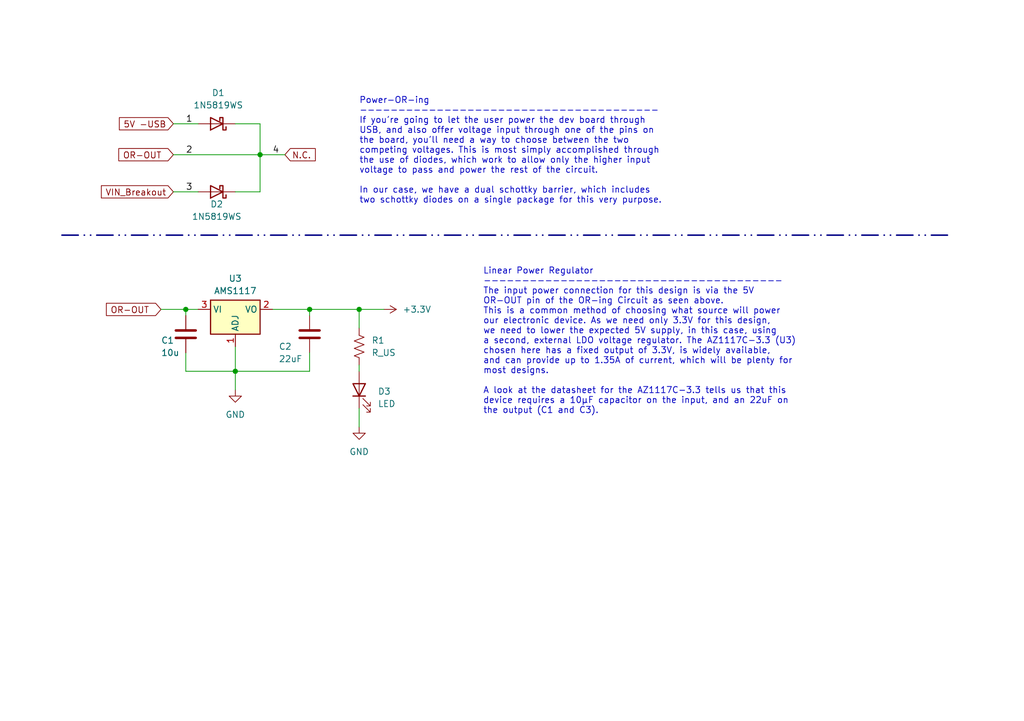
<source format=kicad_sch>
(kicad_sch (version 20230121) (generator eeschema)
  (paper "A5")
  (lib_symbols
    (symbol "Device:C" (pin_numbers hide) (pin_names (offset 0.254))
      (property "Reference" "C" (at 0.635 2.54 0))
      (property "Value" "C" (at 0.635 -2.54 0))
      (symbol "C_0_1"
        (polyline (pts (xy -2.032 -0.762) (xy 2.032 -0.762)) (stroke (width 0.508)))
        (polyline (pts (xy -2.032 0.762) (xy 2.032 0.762)) (stroke (width 0.508)))
      )
      (symbol "C_1_1"
        (pin passive line (at 0 3.81 270) (length 2.794) (name "~") (number "1"))
        (pin passive line (at 0 -3.81 90) (length 2.794) (name "~") (number "2"))
      )
    )
    (symbol "Device:LED" (pin_numbers hide) (pin_names (offset 1.016) hide)
      (property "Reference" "D" (at 0 2.54 0))
      (property "Value" "LED" (at 0 -2.54 0))
      (symbol "LED_0_1"
        (polyline (pts (xy -1.27 -1.27) (xy -1.27 1.27)) (stroke (width 0.254)))
        (polyline (pts (xy -1.27 0) (xy 1.27 0)))
        (polyline (pts (xy 1.27 -1.27) (xy 1.27 1.27) (xy -1.27 0) (xy 1.27 -1.27)) (stroke (width 0.254)))
        (polyline (pts (xy -3.048 -0.762) (xy -4.572 -2.286) (xy -3.81 -2.286) (xy -4.572 -2.286) (xy -4.572 -1.524)))
        (polyline (pts (xy -1.778 -0.762) (xy -3.302 -2.286) (xy -2.54 -2.286) (xy -3.302 -2.286) (xy -3.302 -1.524)))
      )
      (symbol "LED_1_1"
        (pin passive line (at -3.81 0 0) (length 2.54) (name "K") (number "1"))
        (pin passive line (at 3.81 0 180) (length 2.54) (name "A") (number "2"))
      )
    )
    (symbol "Device:R_US" (pin_numbers hide) (pin_names (offset 0))
      (property "Reference" "R" (at 2.54 0 90))
      (property "Value" "R_US" (at -2.54 0 90))
      (symbol "R_US_0_1"
        (polyline (pts (xy 0 -2.286) (xy 0 -2.54)))
        (polyline (pts (xy 0 2.286) (xy 0 2.54)))
        (polyline (pts (xy 0 -0.762) (xy 1.016 -1.143) (xy 0 -1.524) (xy -1.016 -1.905) (xy 0 -2.286)))
        (polyline (pts (xy 0 0.762) (xy 1.016 0.381) (xy 0 0) (xy -1.016 -0.381) (xy 0 -0.762)))
        (polyline (pts (xy 0 2.286) (xy 1.016 1.905) (xy 0 1.524) (xy -1.016 1.143) (xy 0 0.762)))
      )
      (symbol "R_US_1_1"
        (pin passive line (at 0 3.81 270) (length 1.27) (name "~") (number "1"))
        (pin passive line (at 0 -3.81 90) (length 1.27) (name "~") (number "2"))
      )
    )
    (symbol "Diode:1N5819WS" (pin_numbers hide) (pin_names (offset 1.016) hide)
      (property "Reference" "D" (at 0 2.54 0))
      (property "Value" "1N5819WS" (at 0 -2.54 0))
      (symbol "1N5819WS_0_1"
        (polyline (pts (xy 1.27 0) (xy -1.27 0)))
        (polyline (pts (xy 1.27 1.27) (xy 1.27 -1.27) (xy -1.27 0) (xy 1.27 1.27)) (stroke (width 0.254)))
        (polyline (pts (xy -1.905 0.635) (xy -1.905 1.27) (xy -1.27 1.27) (xy -1.27 -1.27) (xy -0.635 -1.27) (xy -0.635 -0.635)) (stroke (width 0.254)))
      )
      (symbol "1N5819WS_1_1"
        (pin passive line (at -3.81 0 0) (length 2.54) (name "K") (number "1"))
        (pin passive line (at 3.81 0 180) (length 2.54) (name "A") (number "2"))
      )
    )
    (symbol "Regulator_Linear:AMS1117"
      (property "Reference" "U" (at -3.81 3.175 0))
      (property "Value" "AMS1117" (at 0 3.175 0))
      (symbol "AMS1117_0_1"
        (rectangle (start -5.08 -5.08) (end 5.08 1.905) (stroke (width 0.254)) (fill (type background)))
      )
      (symbol "AMS1117_1_1"
        (pin input line (at 0 -7.62 90) (length 2.54) (name "ADJ") (number "1"))
        (pin power_out line (at 7.62 0 180) (length 2.54) (name "VO") (number "2"))
        (pin power_in line (at -7.62 0 0) (length 2.54) (name "VI") (number "3"))
      )
    )
    (symbol "power:+3.3V" (power) (pin_names (offset 0))
      (property "Value" "+3.3V" (at 0 3.556 0))
      (symbol "+3.3V_0_1"
        (polyline (pts (xy -0.762 1.27) (xy 0 2.54)))
        (polyline (pts (xy 0 0) (xy 0 2.54)))
        (polyline (pts (xy 0 2.54) (xy 0.762 1.27)))
      )
      (symbol "+3.3V_1_1"
        (pin power_in line (at 0 0 90) (length 0) hide (name "+3.3V") (number "1"))
      )
    )
    (symbol "power:GND" (power) (pin_names (offset 0))
      (property "Value" "GND" (at 0 -3.81 0))
      (symbol "GND_0_1"
        (polyline (pts (xy 0 0) (xy 0 -1.27) (xy 1.27 -1.27) (xy 0 -2.54) (xy -1.27 -1.27) (xy 0 -1.27)))
      )
      (symbol "GND_1_1"
        (pin power_in line (at 0 0 270) (length 0) hide (name "GND") (number "1"))
      )
    )
  )
  (junction (at 48.26 76.2))
  (junction (at 53.34 31.75))
  (junction (at 63.5 63.5))
  (junction (at 73.66 63.5))
  (junction (at 38.1 63.5))
  (wire (pts (xy 35.56 31.75) (xy 53.34 31.75)))
  (wire (pts (xy 38.1 76.2) (xy 48.26 76.2)))
  (wire (pts (xy 48.26 76.2) (xy 48.26 80.01)))
  (wire (pts (xy 38.1 63.5) (xy 40.64 63.5)))
  (wire (pts (xy 63.5 72.39) (xy 63.5 76.2)))
  (wire (pts (xy 53.34 25.4) (xy 53.34 31.75)))
  (wire (pts (xy 53.34 31.75) (xy 53.34 39.37)))
  (wire (pts (xy 35.56 25.4) (xy 40.64 25.4)))
  (wire (pts (xy 53.34 31.75) (xy 58.42 31.75)))
  (wire (pts (xy 48.26 71.12) (xy 48.26 76.2)))
  (wire (pts (xy 73.66 63.5) (xy 73.66 67.31)))
  (wire (pts (xy 73.66 63.5) (xy 78.74 63.5)))
  (wire (pts (xy 38.1 63.5) (xy 38.1 64.77)))
  (wire (pts (xy 63.5 63.5) (xy 63.5 64.77)))
  (bus (pts (xy 12.7 48.26) (xy 194.31 48.26)) (stroke (width 0) (type dash_dot_dot)))
  (wire (pts (xy 73.66 74.93) (xy 73.66 76.2)))
  (wire (pts (xy 48.26 39.37) (xy 53.34 39.37)))
  (wire (pts (xy 48.26 76.2) (xy 63.5 76.2)))
  (wire (pts (xy 35.56 39.37) (xy 40.64 39.37)))
  (wire (pts (xy 55.88 63.5) (xy 63.5 63.5)))
  (wire (pts (xy 38.1 72.39) (xy 38.1 76.2)))
  (wire (pts (xy 33.02 63.5) (xy 38.1 63.5)))
  (wire (pts (xy 73.66 83.82) (xy 73.66 87.63)))
  (wire (pts (xy 48.26 25.4) (xy 53.34 25.4)))
  (wire (pts (xy 63.5 63.5) (xy 73.66 63.5)))
  (text "Linear Power Regulator\n---------------------------------------\nThe input power connection for this design is via the 5V \nOR-OUT pin of the OR-ing Circuit as seen above.\nThis is a common method of choosing what source will power\nour electronic device. As we need only 3.3V for this design, \nwe need to lower the expected 5V supply, in this case, using \na second, external LDO voltage regulator. The AZ1117C-3.3 (U3) \nchosen here has a fixed output of 3.3V, is widely available, \nand can provide up to 1.35A of current, which will be plenty for \nmost designs.\n\nA look at the datasheet for the AZ1117C-3.3 tells us that this \ndevice requires a 10μF capacitor on the input, and an 22uF on\nthe output (C1 and C3)." (at 99.06 85.09 0) (effects (font (size 1.27 1.27)) (justify left bottom)))
  (text "Power-OR-ing\n---------------------------------------\nIf you're going to let the user power the dev board through \nUSB, and also offer voltage input through one of the pins on \nthe board, you'll need a way to choose between the two \ncompeting voltages. This is most simply accomplished through \nthe use of diodes, which work to allow only the higher input \nvoltage to pass and power the rest of the circuit.\n\nIn our case, we have a dual schottky barrier, which includes \ntwo schottky diodes on a single package for this very purpose. " (at 73.66 41.91 0) (effects (font (size 1.27 1.27)) (justify left bottom)))
  (label "4" (at 55.88 31.75 0))
  (label "2" (at 38.1 31.75 0))
  (label "3" (at 38.1 39.37 0))
  (label "1" (at 38.1 25.4 0))
  (global_label "OR-OUT " (shape input) (at 35.56 31.75 180) (property "Intersheetrefs" "${INTERSHEET_REFS}" (effects hide)))
  (global_label "OR-OUT " (shape input) (at 33.02 63.5 180) (property "Intersheetrefs" "${INTERSHEET_REFS}" (effects hide)))
  (global_label "N.C." (shape input) (at 58.42 31.75 0) (property "Intersheetrefs" "${INTERSHEET_REFS}" (effects hide)))
  (global_label "5V -USB" (shape input) (at 35.56 25.4 180) (property "Intersheetrefs" "${INTERSHEET_REFS}" (effects hide)))
  (global_label "VIN_Breakout" (shape input) (at 35.56 39.37 180) (property "Intersheetrefs" "${INTERSHEET_REFS}" (effects hide)))
  (symbol (lib_id "power:+3.3V") (at 78.74 63.5 270) (unit 1)
    (property "Reference" "#PWR02" (effects hide))
    (property "Value" "+3.3V" (at 82.55 63.5 90) (effects (justify left)))
  )
  (symbol (lib_id "Device:R_US") (at 73.66 71.12 0) (unit 1)
    (property "Reference" "R1" (at 76.2 69.85 0) (effects (justify left)))
    (property "Value" "R_US" (at 76.2 72.39 0) (effects (justify left)))
  )
  (symbol (lib_id "Diode:1N5819WS") (at 44.45 25.4 180) (unit 1)
    (property "Reference" "D1" (at 44.7675 19.05 0))
    (property "Value" "1N5819WS" (at 44.7675 21.59 0))
    (property "Footprint" "Diode_SMD:D_SOD-323" (effects hide))
    (property "Datasheet" "https://datasheet.lcsc.com/lcsc/2204281430_Guangdong-Hottech-1N5819WS_C191023.pdf" (effects hide))
  )
  (symbol (lib_id "Device:C") (at 38.1 68.58 0) (unit 1)
    (property "Reference" "C1" (at 33.02 69.85 0) (effects (justify left)))
    (property "Value" "10u" (at 33.02 72.39 0) (effects (justify left)))
  )
  (symbol (lib_id "power:GND") (at 48.26 80.01 0) (unit 1)
    (property "Reference" "#PWR01" (effects hide))
    (property "Value" "GND" (at 48.26 85.09 0))
  )
  (symbol (lib_id "power:GND") (at 73.66 87.63 0) (unit 1)
    (property "Reference" "#PWR03" (effects hide))
    (property "Value" "GND" (at 73.66 92.71 0))
  )
  (symbol (lib_id "Diode:1N5819WS") (at 44.45 39.37 180) (unit 1)
    (property "Reference" "D2" (at 44.45 41.91 0))
    (property "Value" "1N5819WS" (at 44.45 44.45 0))
    (property "Footprint" "Diode_SMD:D_SOD-323" (effects hide))
    (property "Datasheet" "https://datasheet.lcsc.com/lcsc/2204281430_Guangdong-Hottech-1N5819WS_C191023.pdf" (effects hide))
  )
  (symbol (lib_id "Device:LED") (at 73.66 80.01 90) (unit 1)
    (property "Reference" "D3" (at 77.47 80.3275 90) (effects (justify right)))
    (property "Value" "LED" (at 77.47 82.8675 90) (effects (justify right)))
  )
  (symbol (lib_id "Device:C") (at 63.5 68.58 0) (unit 1)
    (property "Reference" "C2" (at 57.15 71.12 0) (effects (justify left)))
    (property "Value" "22uF" (at 57.15 73.66 0) (effects (justify left)))
  )
  (symbol (lib_id "Regulator_Linear:AMS1117") (at 48.26 63.5 0) (unit 1)
    (property "Reference" "U3" (at 48.26 57.15 0))
    (property "Value" "AMS1117" (at 48.26 59.69 0))
    (property "Footprint" "Package_TO_SOT_SMD:SOT-223-3_TabPin2" (effects hide))
    (property "Datasheet" "http://www.advanced-monolithic.com/pdf/ds1117.pdf" (effects hide))
  )
)
</source>
